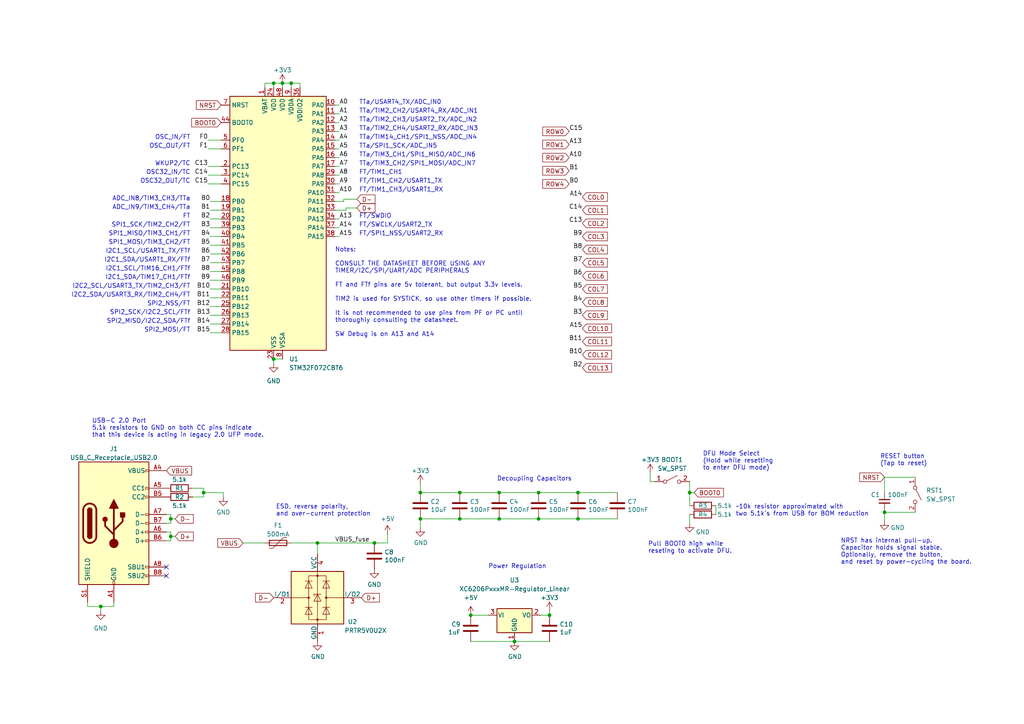
<source format=kicad_sch>
(kicad_sch (version 20250114) (generator "eeschema") (generator_version "9.0")
  (paper "A4")
  (lib_symbols
    (symbol "+5V_1" (power) (pin_names (offset 0))
      (property "Value" "+5V_1" (at 0 3.556 0))
      (symbol "+5V_1_0_1"
        (polyline (pts (xy -0.762 1.27) (xy 0 2.54)))
        (polyline (pts (xy 0 2.54) (xy 0.762 1.27)))
        (polyline (pts (xy 0 0) (xy 0 2.54)))
      )
      (symbol "+5V_1_1_1"
        (pin power_in line (at 0 0 90) (length 0) (hide yes) (name "+5V") (number "1"))
      )
    )
    (symbol "Connector:USB_C_Receptacle_USB2.0" (pin_names (offset 1.016))
      (property "Reference" "J" (at -10.16 19.05 0))
      (property "Value" "USB_C_Receptacle_USB2.0" (at 19.05 19.05 0))
      (symbol "USB_C_Receptacle_USB2.0_0_0"
        (rectangle (start -0.254 -17.78) (end 0.254 -16.764))
        (rectangle (start 10.16 15.494) (end 9.144 14.986))
        (rectangle (start 10.16 10.414) (end 9.144 9.906))
        (rectangle (start 10.16 7.874) (end 9.144 7.366))
        (rectangle (start 10.16 2.794) (end 9.144 2.286))
        (rectangle (start 10.16 0.254) (end 9.144 -0.254))
        (rectangle (start 10.16 -2.286) (end 9.144 -2.794))
        (rectangle (start 10.16 -4.826) (end 9.144 -5.334))
        (rectangle (start 10.16 -12.446) (end 9.144 -12.954))
        (rectangle (start 10.16 -14.986) (end 9.144 -15.494))
      )
      (symbol "USB_C_Receptacle_USB2.0_0_1"
        (rectangle (start -10.16 17.78) (end 10.16 -17.78) (stroke (width 0.254)) (fill (type background)))
        (polyline (pts (xy -8.89 -3.81) (xy -8.89 3.81)) (stroke (width 0.508)))
        (rectangle (start -7.62 -3.81) (end -6.35 3.81) (stroke (width 0.254)) (fill (type outline)))
        (arc (start -7.62 3.81) (mid -6.985 4.4423) (end -6.35 3.81) (stroke (width 0.254)))
        (arc (start -7.62 3.81) (mid -6.985 4.4423) (end -6.35 3.81) (stroke (width 0.254)) (fill (type outline)))
        (arc (start -8.89 3.81) (mid -6.985 5.7067) (end -5.08 3.81) (stroke (width 0.508)))
        (arc (start -5.08 -3.81) (mid -6.985 -5.7067) (end -8.89 -3.81) (stroke (width 0.508)))
        (arc (start -6.35 -3.81) (mid -6.985 -4.4423) (end -7.62 -3.81) (stroke (width 0.254)))
        (arc (start -6.35 -3.81) (mid -6.985 -4.4423) (end -7.62 -3.81) (stroke (width 0.254)) (fill (type outline)))
        (polyline (pts (xy -5.08 3.81) (xy -5.08 -3.81)) (stroke (width 0.508)))
        (circle (center -2.54 1.143) (radius 0.635) (stroke (width 0.254)) (fill (type outline)))
        (polyline (pts (xy -1.27 4.318) (xy 0 6.858) (xy 1.27 4.318) (xy -1.27 4.318)) (stroke (width 0.254)) (fill (type outline)))
        (polyline (pts (xy 0 -2.032) (xy 2.54 0.508) (xy 2.54 1.778)) (stroke (width 0.508)))
        (polyline (pts (xy 0 -3.302) (xy -2.54 -0.762) (xy -2.54 0.508)) (stroke (width 0.508)))
        (polyline (pts (xy 0 -5.842) (xy 0 4.318)) (stroke (width 0.508)))
        (circle (center 0 -5.842) (radius 1.27) (fill (type outline)))
        (rectangle (start 1.905 1.778) (end 3.175 3.048) (stroke (width 0.254)) (fill (type outline)))
      )
      (symbol "USB_C_Receptacle_USB2.0_1_1"
        (pin passive line (at -7.62 -22.86 90) (length 5.08) (name "SHIELD") (number "S1"))
        (pin passive line (at 0 -22.86 90) (length 5.08) (name "GND") (number "A1"))
        (pin passive line (at 0 -22.86 90) (length 5.08) (hide yes) (name "GND") (number "A12"))
        (pin passive line (at 0 -22.86 90) (length 5.08) (hide yes) (name "GND") (number "B1"))
        (pin passive line (at 0 -22.86 90) (length 5.08) (hide yes) (name "GND") (number "B12"))
        (pin passive line (at 15.24 15.24 180) (length 5.08) (name "VBUS") (number "A4"))
        (pin passive line (at 15.24 15.24 180) (length 5.08) (hide yes) (name "VBUS") (number "A9"))
        (pin passive line (at 15.24 15.24 180) (length 5.08) (hide yes) (name "VBUS") (number "B4"))
        (pin passive line (at 15.24 15.24 180) (length 5.08) (hide yes) (name "VBUS") (number "B9"))
        (pin bidirectional line (at 15.24 10.16 180) (length 5.08) (name "CC1") (number "A5"))
        (pin bidirectional line (at 15.24 7.62 180) (length 5.08) (name "CC2") (number "B5"))
        (pin bidirectional line (at 15.24 2.54 180) (length 5.08) (name "D-") (number "A7"))
        (pin bidirectional line (at 15.24 0 180) (length 5.08) (name "D-") (number "B7"))
        (pin bidirectional line (at 15.24 -2.54 180) (length 5.08) (name "D+") (number "A6"))
        (pin bidirectional line (at 15.24 -5.08 180) (length 5.08) (name "D+") (number "B6"))
        (pin bidirectional line (at 15.24 -12.7 180) (length 5.08) (name "SBU1") (number "A8"))
        (pin bidirectional line (at 15.24 -15.24 180) (length 5.08) (name "SBU2") (number "B8"))
      )
    )
    (symbol "Device:C" (pin_numbers (hide yes)) (pin_names (offset 0.254))
      (property "Reference" "C" (at 0.635 2.54 0))
      (property "Value" "C" (at 0.635 -2.54 0))
      (symbol "C_0_1"
        (polyline (pts (xy -2.032 0.762) (xy 2.032 0.762)) (stroke (width 0.508)))
        (polyline (pts (xy -2.032 -0.762) (xy 2.032 -0.762)) (stroke (width 0.508)))
      )
      (symbol "C_1_1"
        (pin passive line (at 0 3.81 270) (length 2.794) (name "~") (number "1"))
        (pin passive line (at 0 -3.81 90) (length 2.794) (name "~") (number "2"))
      )
    )
    (symbol "Device:C_Small" (pin_numbers (hide yes)) (pin_names (offset 0.254) (hide yes))
      (property "Reference" "C" (at 0.254 1.778 0))
      (property "Value" "C_Small" (at 0.254 -2.032 0))
      (symbol "C_Small_0_1"
        (polyline (pts (xy -1.524 0.508) (xy 1.524 0.508)) (stroke (width 0.3048)))
        (polyline (pts (xy -1.524 -0.508) (xy 1.524 -0.508)) (stroke (width 0.3302)))
      )
      (symbol "C_Small_1_1"
        (pin passive line (at 0 2.54 270) (length 2.032) (name "~") (number "1"))
        (pin passive line (at 0 -2.54 90) (length 2.032) (name "~") (number "2"))
      )
    )
    (symbol "Device:Polyfuse" (pin_numbers (hide yes)) (pin_names (offset 0))
      (property "Reference" "F" (at -2.54 0 90))
      (property "Value" "Polyfuse" (at 2.54 0 90))
      (symbol "Polyfuse_0_1"
        (polyline (pts (xy -1.524 2.54) (xy -1.524 1.524) (xy 1.524 -1.524) (xy 1.524 -2.54)))
        (rectangle (start -0.762 2.54) (end 0.762 -2.54) (stroke (width 0.254)))
        (polyline (pts (xy 0 2.54) (xy 0 -2.54)))
      )
      (symbol "Polyfuse_1_1"
        (pin passive line (at 0 3.81 270) (length 1.27) (name "~") (number "1"))
        (pin passive line (at 0 -3.81 90) (length 1.27) (name "~") (number "2"))
      )
    )
    (symbol "Device:R" (pin_numbers (hide yes)) (pin_names (offset 0))
      (property "Reference" "R" (at 2.032 0 90))
      (property "Value" "R" (at 0 0 90))
      (symbol "R_0_1"
        (rectangle (start -1.016 -2.54) (end 1.016 2.54) (stroke (width 0.254)))
      )
      (symbol "R_1_1"
        (pin passive line (at 0 3.81 270) (length 1.27) (name "~") (number "1"))
        (pin passive line (at 0 -3.81 90) (length 1.27) (name "~") (number "2"))
      )
    )
    (symbol "MCU_ST_STM32F0:STM32F072CBTx"
      (property "Reference" "U" (at -12.7 39.37 0))
      (property "Value" "STM32F072CBTx" (at 10.16 39.37 0))
      (symbol "STM32F072CBTx_0_1"
        (rectangle (start -12.7 -35.56) (end 15.24 38.1) (stroke (width 0.254)) (fill (type background)))
      )
      (symbol "STM32F072CBTx_1_1"
        (pin input line (at -15.24 35.56 0) (length 2.54) (name "NRST") (number "7"))
        (pin input line (at -15.24 30.48 0) (length 2.54) (name "BOOT0") (number "44"))
        (pin bidirectional line (at -15.24 25.4 0) (length 2.54) (name "PF0") (number "5"))
        (pin bidirectional line (at -15.24 22.86 0) (length 2.54) (name "PF1") (number "6"))
        (pin bidirectional line (at -15.24 17.78 0) (length 2.54) (name "PC13") (number "2"))
        (pin bidirectional line (at -15.24 15.24 0) (length 2.54) (name "PC14") (number "3"))
        (pin bidirectional line (at -15.24 12.7 0) (length 2.54) (name "PC15") (number "4"))
        (pin bidirectional line (at -15.24 7.62 0) (length 2.54) (name "PB0") (number "18"))
        (pin bidirectional line (at -15.24 5.08 0) (length 2.54) (name "PB1") (number "19"))
        (pin bidirectional line (at -15.24 2.54 0) (length 2.54) (name "PB2") (number "20"))
        (pin bidirectional line (at -15.24 0 0) (length 2.54) (name "PB3") (number "39"))
        (pin bidirectional line (at -15.24 -2.54 0) (length 2.54) (name "PB4") (number "40"))
        (pin bidirectional line (at -15.24 -5.08 0) (length 2.54) (name "PB5") (number "41"))
        (pin bidirectional line (at -15.24 -7.62 0) (length 2.54) (name "PB6") (number "42"))
        (pin bidirectional line (at -15.24 -10.16 0) (length 2.54) (name "PB7") (number "43"))
        (pin bidirectional line (at -15.24 -12.7 0) (length 2.54) (name "PB8") (number "45"))
        (pin bidirectional line (at -15.24 -15.24 0) (length 2.54) (name "PB9") (number "46"))
        (pin bidirectional line (at -15.24 -17.78 0) (length 2.54) (name "PB10") (number "21"))
        (pin bidirectional line (at -15.24 -20.32 0) (length 2.54) (name "PB11") (number "22"))
        (pin bidirectional line (at -15.24 -22.86 0) (length 2.54) (name "PB12") (number "25"))
        (pin bidirectional line (at -15.24 -25.4 0) (length 2.54) (name "PB13") (number "26"))
        (pin bidirectional line (at -15.24 -27.94 0) (length 2.54) (name "PB14") (number "27"))
        (pin bidirectional line (at -15.24 -30.48 0) (length 2.54) (name "PB15") (number "28"))
        (pin power_in line (at -2.54 40.64 270) (length 2.54) (name "VBAT") (number "1"))
        (pin power_in line (at 0 40.64 270) (length 2.54) (name "VDD") (number "24"))
        (pin power_in line (at 0 -38.1 90) (length 2.54) (name "VSS") (number "23"))
        (pin passive line (at 0 -38.1 90) (length 2.54) (hide yes) (name "VSS") (number "35"))
        (pin passive line (at 0 -38.1 90) (length 2.54) (hide yes) (name "VSS") (number "47"))
        (pin power_in line (at 2.54 40.64 270) (length 2.54) (name "VDD") (number "48"))
        (pin power_in line (at 2.54 -38.1 90) (length 2.54) (name "VSSA") (number "8"))
        (pin power_in line (at 5.08 40.64 270) (length 2.54) (name "VDDA") (number "9"))
        (pin power_in line (at 7.62 40.64 270) (length 2.54) (name "VDDIO2") (number "36"))
        (pin bidirectional line (at 17.78 35.56 180) (length 2.54) (name "PA0") (number "10"))
        (pin bidirectional line (at 17.78 33.02 180) (length 2.54) (name "PA1") (number "11"))
        (pin bidirectional line (at 17.78 30.48 180) (length 2.54) (name "PA2") (number "12"))
        (pin bidirectional line (at 17.78 27.94 180) (length 2.54) (name "PA3") (number "13"))
        (pin bidirectional line (at 17.78 25.4 180) (length 2.54) (name "PA4") (number "14"))
        (pin bidirectional line (at 17.78 22.86 180) (length 2.54) (name "PA5") (number "15"))
        (pin bidirectional line (at 17.78 20.32 180) (length 2.54) (name "PA6") (number "16"))
        (pin bidirectional line (at 17.78 17.78 180) (length 2.54) (name "PA7") (number "17"))
        (pin bidirectional line (at 17.78 15.24 180) (length 2.54) (name "PA8") (number "29"))
        (pin bidirectional line (at 17.78 12.7 180) (length 2.54) (name "PA9") (number "30"))
        (pin bidirectional line (at 17.78 10.16 180) (length 2.54) (name "PA10") (number "31"))
        (pin bidirectional line (at 17.78 7.62 180) (length 2.54) (name "PA11") (number "32"))
        (pin bidirectional line (at 17.78 5.08 180) (length 2.54) (name "PA12") (number "33"))
        (pin bidirectional line (at 17.78 2.54 180) (length 2.54) (name "PA13") (number "34"))
        (pin bidirectional line (at 17.78 0 180) (length 2.54) (name "PA14") (number "37"))
        (pin bidirectional line (at 17.78 -2.54 180) (length 2.54) (name "PA15") (number "38"))
      )
    )
    (symbol "Power_Protection:PRTR5V0U2X" (pin_names (offset 0))
      (property "Reference" "D" (at 2.794 8.636 0))
      (property "Value" "PRTR5V0U2X" (at 8.128 -9.398 0))
      (symbol "PRTR5V0U2X_0_1"
        (rectangle (start -7.62 -7.62) (end 7.62 7.62) (stroke (width 0.254)) (fill (type background)))
        (polyline (pts (xy -3.556 2.794) (xy -1.524 2.794) (xy -2.54 4.826) (xy -3.556 2.794)))
        (polyline (pts (xy -3.556 -4.826) (xy -1.524 -4.826) (xy -2.54 -2.794) (xy -3.556 -4.826)))
        (rectangle (start -2.54 6.35) (end 2.54 -6.35))
        (circle (center -2.54 0) (radius 0.254) (fill (type outline)))
        (polyline (pts (xy -2.54 0) (xy -7.62 0)))
        (polyline (pts (xy -1.524 4.826) (xy -3.556 4.826)))
        (polyline (pts (xy -1.524 -2.794) (xy -3.556 -2.794)))
        (polyline (pts (xy -1.016 -1.016) (xy 1.016 -1.016) (xy 0 1.016) (xy -1.016 -1.016)))
        (circle (center 0 6.35) (radius 0.254) (fill (type outline)))
        (circle (center 0 -6.35) (radius 0.254) (fill (type outline)))
        (polyline (pts (xy 0 -7.62) (xy 0 7.62)))
        (polyline (pts (xy 1.016 1.016) (xy -1.016 1.016) (xy -1.016 0.508)))
        (polyline (pts (xy 1.524 4.826) (xy 3.556 4.826)))
        (polyline (pts (xy 1.524 -2.794) (xy 3.556 -2.794)))
        (polyline (pts (xy 2.54 0) (xy 7.62 0)))
        (circle (center 2.54 0) (radius 0.254) (fill (type outline)))
        (polyline (pts (xy 3.556 2.794) (xy 1.524 2.794) (xy 2.54 4.826) (xy 3.556 2.794)))
        (polyline (pts (xy 3.556 -4.826) (xy 1.524 -4.826) (xy 2.54 -2.794) (xy 3.556 -4.826)))
      )
      (symbol "PRTR5V0U2X_1_1"
        (pin passive line (at -12.7 0 0) (length 5.08) (name "I/O1") (number "2"))
        (pin passive line (at 0 12.7 270) (length 5.08) (name "VCC") (number "4"))
        (pin passive line (at 0 -12.7 90) (length 5.08) (name "GND") (number "1"))
        (pin passive line (at 12.7 0 180) (length 5.08) (name "I/O2") (number "3"))
      )
    )
    (symbol "Switch:SW_SPST" (pin_names (offset 0) (hide yes))
      (property "Reference" "SW" (at 0 3.175 0))
      (property "Value" "SW_SPST" (at 0 -2.54 0))
      (symbol "SW_SPST_0_0"
        (circle (center -2.032 0) (radius 0.508))
        (polyline (pts (xy -1.524 0.254) (xy 1.524 1.778)))
        (circle (center 2.032 0) (radius 0.508))
      )
      (symbol "SW_SPST_1_1"
        (pin passive line (at -5.08 0 0) (length 2.54) (name "A") (number "1"))
        (pin passive line (at 5.08 0 180) (length 2.54) (name "B") (number "2"))
      )
    )
    (symbol "kicad-keyboard-parts:XC6206PxxxMR-Regulator_Linear" (pin_names (offset 0.254))
      (property "Reference" "U" (at -3.81 3.175 0))
      (property "Value" "XC6206PxxxMR-Regulator_Linear" (at 0 3.175 0))
      (property "LCSC" "C5446" (at 0 0 0))
      (symbol "XC6206PxxxMR-Regulator_Linear_0_1"
        (rectangle (start -5.08 1.905) (end 5.08 -5.08) (stroke (width 0.254)) (fill (type background)))
      )
      (symbol "XC6206PxxxMR-Regulator_Linear_1_1"
        (pin power_in line (at -7.62 0 0) (length 2.54) (name "VI") (number "3"))
        (pin power_in line (at 0 -7.62 90) (length 2.54) (name "GND") (number "1"))
        (pin power_out line (at 7.62 0 180) (length 2.54) (name "VO") (number "2"))
      )
    )
    (symbol "power:+3V3" (power) (pin_names (offset 0))
      (property "Value" "+3V3" (at 0 3.556 0))
      (symbol "+3V3_0_1"
        (polyline (pts (xy -0.762 1.27) (xy 0 2.54)))
        (polyline (pts (xy 0 2.54) (xy 0.762 1.27)))
        (polyline (pts (xy 0 0) (xy 0 2.54)))
      )
      (symbol "+3V3_1_1"
        (pin power_in line (at 0 0 90) (length 0) (hide yes) (name "+3V3") (number "1"))
      )
    )
    (symbol "power:+5V" (power) (pin_names (offset 0))
      (property "Value" "+5V" (at 0 3.556 0))
      (symbol "+5V_0_1"
        (polyline (pts (xy -0.762 1.27) (xy 0 2.54)))
        (polyline (pts (xy 0 2.54) (xy 0.762 1.27)))
        (polyline (pts (xy 0 0) (xy 0 2.54)))
      )
      (symbol "+5V_1_1"
        (pin power_in line (at 0 0 90) (length 0) (hide yes) (name "+5V") (number "1"))
      )
    )
    (symbol "power:GND" (power) (pin_names (offset 0))
      (property "Value" "GND" (at 0 -3.81 0))
      (symbol "GND_0_1"
        (polyline (pts (xy 0 0) (xy 0 -1.27) (xy 1.27 -1.27) (xy 0 -2.54) (xy -1.27 -1.27) (xy 0 -1.27)))
      )
      (symbol "GND_1_1"
        (pin power_in line (at 0 0 270) (length 0) (hide yes) (name "GND") (number "1"))
      )
    )
  )
  (text "SPI1_SCK/TIM2_CH2/FT" (at 55.245 66.04 0) (effects (font (size 1.27 1.27)) (justify right bottom)))
  (text "FT/TIM1_CH1" (at 104.14 50.8 0) (effects (font (size 1.27 1.27)) (justify left bottom)))
  (text "FT/TIM1_CH3/USART1_RX" (at 104.14 55.88 0) (effects (font (size 1.27 1.27)) (justify left bottom)))
  (text "SPI2_NSS/FT" (at 55.245 88.9 0) (effects (font (size 1.27 1.27)) (justify right bottom)))
  (text "Notes:\n\nCONSULT THE DATASHEET BEFORE USING ANY \nTIMER/I2C/SPI/UART/ADC PERIPHERALS\n\nFT and FTf pins are 5v tolerant, but output 3.3v levels.\n\nTIM2 is used for SYSTICK, so use other timers if possible.\n\nIt is not recommended to use pins from PF or PC until\nthoroughly consulting the datasheet.\n\nSW Debug is on A13 and A14" (at 97.155 97.79 0) (effects (font (size 1.27 1.27)) (justify left bottom)))
  (text "TTa/TIM2_CH4/USART2_RX/ADC_IN3" (at 104.14 38.1 0) (effects (font (size 1.27 1.27)) (justify left bottom)))
  (text "NRST has internal pull-up.\nCapacitor holds signal stable.\nOptionally, remove the button,\nand reset by power-cycling the board." (at 243.84 163.83 0) (effects (font (size 1.27 1.27)) (justify left bottom)))
  (text "FT/SWDIO" (at 104.14 63.5 0) (effects (font (size 1.27 1.27)) (justify left bottom)))
  (text "Decoupling Capacitors" (at 144.145 139.7 0) (effects (font (size 1.27 1.27)) (justify left bottom)))
  (text "SPI1_MOSI/TIM3_CH2/FT" (at 55.245 71.12 0) (effects (font (size 1.27 1.27)) (justify right bottom)))
  (text "ADC_IN9/TIM3_CH4/TTa" (at 55.245 60.96 0) (effects (font (size 1.27 1.27)) (justify right bottom)))
  (text "I2C2_SCL/USART3_TX/TIM2_CH3/FT" (at 55.245 83.82 0) (effects (font (size 1.27 1.27)) (justify right bottom)))
  (text "SPI2_MISO/I2C2_SDA/FTf" (at 55.245 93.98 0) (effects (font (size 1.27 1.27)) (justify right bottom)))
  (text "FT/SWCLK/USART2_TX" (at 104.14 66.04 0) (effects (font (size 1.27 1.27)) (justify left bottom)))
  (text "I2C1_SCL/TIM16_CH1/FTf" (at 55.245 78.74 0) (effects (font (size 1.27 1.27)) (justify right bottom)))
  (text "~10k resistor approximated with\ntwo 5.1k's from USB for BOM reduction" (at 213.36 149.86 0) (effects (font (size 1.27 1.27)) (justify left bottom)))
  (text "TTa/TIM2_CH2/USART4_RX/ADC_IN1" (at 104.14 33.02 0) (effects (font (size 1.27 1.27)) (justify left bottom)))
  (text "USB-C 2.0 Port\n5.1k resistors to GND on both CC pins indicate\nthat this device is acting in legacy 2.0 UFP mode." (at 26.67 127 0) (effects (font (size 1.27 1.27)) (justify left bottom)))
  (text "TTa/TIM2_CH3/USART2_TX/ADC_IN2" (at 104.14 35.56 0) (effects (font (size 1.27 1.27)) (justify left bottom)))
  (text "OSC_IN/FT" (at 55.245 40.64 0) (effects (font (size 1.27 1.27)) (justify right bottom)))
  (text "DFU Mode Select\n(Hold while resetting\nto enter DFU mode)" (at 203.835 136.525 0) (effects (font (size 1.27 1.27)) (justify left bottom)))
  (text "WKUP2/TC" (at 55.245 48.26 0) (effects (font (size 1.27 1.27)) (justify right bottom)))
  (text "I2C2_SDA/USART3_RX/TIM2_CH4/FT" (at 55.245 86.36 0) (effects (font (size 1.27 1.27)) (justify right bottom)))
  (text "ADC_IN8/TIM3_CH3/TTa" (at 55.245 58.42 0) (effects (font (size 1.27 1.27)) (justify right bottom)))
  (text "RESET button\n(Tap to reset)" (at 255.27 135.255 0) (effects (font (size 1.27 1.27)) (justify left bottom)))
  (text "Pull BOOT0 high while \nreseting to activate DFU." (at 187.96 160.655 0) (effects (font (size 1.27 1.27)) (justify left bottom)))
  (text "I2C1_SDA/TIM17_CH1/FTf" (at 55.245 81.28 0) (effects (font (size 1.27 1.27)) (justify right bottom)))
  (text "TTa/SPI1_SCK/ADC_IN5" (at 104.14 43.18 0) (effects (font (size 1.27 1.27)) (justify left bottom)))
  (text "TTa/TIM3_CH1/SPI1_MISO/ADC_IN6" (at 104.14 45.72 0) (effects (font (size 1.27 1.27)) (justify left bottom)))
  (text "TTa/TIM3_CH2/SPI1_MOSI/ADC_IN7" (at 104.14 48.26 0) (effects (font (size 1.27 1.27)) (justify left bottom)))
  (text "OSC32_OUT/TC" (at 55.245 53.34 0) (effects (font (size 1.27 1.27)) (justify right bottom)))
  (text "FT/SPI1_NSS/USART2_RX" (at 104.14 68.58 0) (effects (font (size 1.27 1.27)) (justify left bottom)))
  (text "SPI1_MISO/TIM3_CH1/FT" (at 55.245 68.58 0) (effects (font (size 1.27 1.27)) (justify right bottom)))
  (text "OSC32_IN/TC" (at 55.245 50.8 0) (effects (font (size 1.27 1.27)) (justify right bottom)))
  (text "TTa/TIM14_CH1/SPI1_NSS/ADC_IN4" (at 104.14 40.64 0) (effects (font (size 1.27 1.27)) (justify left bottom)))
  (text "I2C1_SDA/USART1_RX/FTf" (at 55.245 76.2 0) (effects (font (size 1.27 1.27)) (justify right bottom)))
  (text "SPI2_MOSI/FT" (at 55.245 96.52 0) (effects (font (size 1.27 1.27)) (justify right bottom)))
  (text "FT/TIM1_CH2/USART1_TX" (at 104.14 53.34 0) (effects (font (size 1.27 1.27)) (justify left bottom)))
  (text "Power Regulation" (at 141.605 165.1 0) (effects (font (size 1.27 1.27)) (justify left bottom)))
  (text "SPI2_SCK/I2C2_SCL/FTf" (at 55.245 91.44 0) (effects (font (size 1.27 1.27)) (justify right bottom)))
  (text "OSC_OUT/FT" (at 55.245 43.18 0) (effects (font (size 1.27 1.27)) (justify right bottom)))
  (text "ESD, reverse polarity,\nand over-current protection" (at 80.01 149.86 0) (effects (font (size 1.27 1.27)) (justify left bottom)))
  (text "FT" (at 55.245 63.5 0) (effects (font (size 1.27 1.27)) (justify right bottom)))
  (text "TTa/USART4_TX/ADC_IN0" (at 104.14 30.48 0) (effects (font (size 1.27 1.27)) (justify left bottom)))
  (text "I2C1_SCL/USART1_TX/FTf" (at 55.245 73.66 0) (effects (font (size 1.27 1.27)) (justify right bottom)))
  (junction (at 200.025 142.875))
  (junction (at 81.915 24.13))
  (junction (at 159.385 178.435))
  (junction (at 59.055 142.875))
  (junction (at 79.375 24.13))
  (junction (at 156.21 150.495))
  (junction (at 136.525 178.435))
  (junction (at 156.21 142.875))
  (junction (at 121.92 150.495))
  (junction (at 149.225 186.055) (diameter 0.9144))
  (junction (at 256.54 148.59))
  (junction (at 121.92 142.875))
  (junction (at 79.375 104.14))
  (junction (at 144.78 150.495))
  (junction (at 133.35 150.495))
  (junction (at 167.64 150.495))
  (junction (at 167.64 142.875))
  (junction (at 92.075 157.48))
  (junction (at 144.78 142.875))
  (junction (at 108.585 157.48))
  (junction (at 49.53 155.575))
  (junction (at 29.21 175.895))
  (junction (at 49.53 150.495))
  (junction (at 133.35 142.875))
  (junction (at 84.455 24.13))
  (no_connect (at 48.26 167.005))
  (no_connect (at 48.26 164.465))
  (wire (pts (xy 167.64 150.495) (xy 179.07 150.495)))
  (wire (pts (xy 48.26 156.845) (xy 49.53 156.845)))
  (wire (pts (xy 60.96 76.2) (xy 64.135 76.2)))
  (wire (pts (xy 98.425 40.64) (xy 97.155 40.64)))
  (wire (pts (xy 29.21 175.895) (xy 33.02 175.895)))
  (wire (pts (xy 60.96 60.96) (xy 64.135 60.96)))
  (wire (pts (xy 86.995 24.13) (xy 86.995 25.4)))
  (wire (pts (xy 48.26 149.225) (xy 49.53 149.225)))
  (wire (pts (xy 98.425 53.34) (xy 97.155 53.34)))
  (wire (pts (xy 59.055 144.145) (xy 59.055 142.875)))
  (wire (pts (xy 144.78 150.495) (xy 133.35 150.495)))
  (wire (pts (xy 55.88 144.145) (xy 59.055 144.145)))
  (wire (pts (xy 98.425 48.26) (xy 97.155 48.26)))
  (wire (pts (xy 49.53 150.495) (xy 49.53 151.765)))
  (wire (pts (xy 59.055 142.875) (xy 59.055 141.605)))
  (wire (pts (xy 189.865 139.7) (xy 188.595 139.7)))
  (wire (pts (xy 29.21 177.165) (xy 29.21 175.895)))
  (wire (pts (xy 84.455 24.13) (xy 84.455 25.4)))
  (wire (pts (xy 98.425 35.56) (xy 97.155 35.56)))
  (wire (pts (xy 59.055 142.875) (xy 64.77 142.875)))
  (wire (pts (xy 144.78 142.875) (xy 133.35 142.875)))
  (wire (pts (xy 60.96 63.5) (xy 64.135 63.5)))
  (wire (pts (xy 84.455 24.13) (xy 86.995 24.13)))
  (wire (pts (xy 200.025 142.875) (xy 201.295 142.875)))
  (wire (pts (xy 60.96 78.74) (xy 64.135 78.74)))
  (wire (pts (xy 79.375 24.13) (xy 79.375 25.4)))
  (wire (pts (xy 55.88 141.605) (xy 59.055 141.605)))
  (wire (pts (xy 149.225 186.055) (xy 159.385 186.055)))
  (wire (pts (xy 60.96 93.98) (xy 64.135 93.98)))
  (wire (pts (xy 79.375 105.41) (xy 79.375 104.14)))
  (wire (pts (xy 60.96 83.82) (xy 64.135 83.82)))
  (wire (pts (xy 98.425 38.1) (xy 97.155 38.1)))
  (wire (pts (xy 256.54 151.13) (xy 256.54 148.59)))
  (wire (pts (xy 60.96 73.66) (xy 64.135 73.66)))
  (wire (pts (xy 136.525 178.435) (xy 141.605 178.435)))
  (wire (pts (xy 207.645 146.685) (xy 207.645 149.225)))
  (wire (pts (xy 156.21 142.875) (xy 167.64 142.875)))
  (wire (pts (xy 98.425 63.5) (xy 97.155 63.5)))
  (wire (pts (xy 60.96 71.12) (xy 64.135 71.12)))
  (wire (pts (xy 108.585 157.48) (xy 112.395 157.48)))
  (wire (pts (xy 188.595 139.7) (xy 188.595 137.16)))
  (wire (pts (xy 100.33 60.325) (xy 100.33 60.96)))
  (wire (pts (xy 60.96 66.04) (xy 64.135 66.04)))
  (wire (pts (xy 76.835 24.13) (xy 76.835 25.4)))
  (wire (pts (xy 98.425 43.18) (xy 97.155 43.18)))
  (wire (pts (xy 60.96 91.44) (xy 64.135 91.44)))
  (wire (pts (xy 256.54 138.43) (xy 265.43 138.43)))
  (wire (pts (xy 156.845 178.435) (xy 159.385 178.435)))
  (wire (pts (xy 144.78 142.875) (xy 156.21 142.875)))
  (wire (pts (xy 98.425 45.72) (xy 97.155 45.72)))
  (wire (pts (xy 200.025 139.7) (xy 200.025 142.875)))
  (wire (pts (xy 84.455 24.13) (xy 81.915 24.13)))
  (wire (pts (xy 60.96 58.42) (xy 64.135 58.42)))
  (wire (pts (xy 256.54 138.43) (xy 256.54 142.875)))
  (wire (pts (xy 98.425 55.88) (xy 97.155 55.88)))
  (wire (pts (xy 60.96 86.36) (xy 64.135 86.36)))
  (wire (pts (xy 70.485 157.48) (xy 76.835 157.48)))
  (wire (pts (xy 100.33 60.96) (xy 97.155 60.96)))
  (wire (pts (xy 121.92 153.035) (xy 121.92 150.495)))
  (wire (pts (xy 49.53 156.845) (xy 49.53 155.575)))
  (wire (pts (xy 60.325 48.26) (xy 64.135 48.26)))
  (wire (pts (xy 60.325 50.8) (xy 64.135 50.8)))
  (wire (pts (xy 48.26 154.305) (xy 49.53 154.305)))
  (wire (pts (xy 84.455 157.48) (xy 92.075 157.48)))
  (wire (pts (xy 79.375 104.14) (xy 81.915 104.14)))
  (wire (pts (xy 167.64 142.875) (xy 179.07 142.875)))
  (wire (pts (xy 121.92 140.335) (xy 121.92 142.875)))
  (wire (pts (xy 60.96 96.52) (xy 64.135 96.52)))
  (wire (pts (xy 256.54 148.59) (xy 256.54 147.955)))
  (wire (pts (xy 49.53 150.495) (xy 50.8 150.495)))
  (wire (pts (xy 79.375 24.13) (xy 81.915 24.13)))
  (wire (pts (xy 256.54 148.59) (xy 265.43 148.59)))
  (wire (pts (xy 200.025 149.225) (xy 200.025 151.765)))
  (wire (pts (xy 60.325 40.64) (xy 64.135 40.64)))
  (wire (pts (xy 60.96 88.9) (xy 64.135 88.9)))
  (wire (pts (xy 60.96 81.28) (xy 64.135 81.28)))
  (wire (pts (xy 25.4 175.895) (xy 29.21 175.895)))
  (wire (pts (xy 112.395 154.94) (xy 112.395 157.48)))
  (wire (pts (xy 76.835 24.13) (xy 79.375 24.13)))
  (wire (pts (xy 60.96 68.58) (xy 64.135 68.58)))
  (wire (pts (xy 200.025 142.875) (xy 200.025 146.685)))
  (wire (pts (xy 48.26 151.765) (xy 49.53 151.765)))
  (wire (pts (xy 99.695 57.785) (xy 99.695 58.42)))
  (wire (pts (xy 25.4 174.625) (xy 25.4 175.895)))
  (wire (pts (xy 103.505 60.325) (xy 100.33 60.325)))
  (wire (pts (xy 49.53 154.305) (xy 49.53 155.575)))
  (wire (pts (xy 98.425 50.8) (xy 97.155 50.8)))
  (wire (pts (xy 98.425 33.02) (xy 97.155 33.02)))
  (wire (pts (xy 98.425 66.04) (xy 97.155 66.04)))
  (wire (pts (xy 49.53 155.575) (xy 50.8 155.575)))
  (wire (pts (xy 133.35 150.495) (xy 121.92 150.495)))
  (wire (pts (xy 159.385 177.165) (xy 159.385 178.435)))
  (wire (pts (xy 64.77 142.875) (xy 64.77 144.145)))
  (wire (pts (xy 33.02 175.895) (xy 33.02 174.625)))
  (wire (pts (xy 99.695 58.42) (xy 97.155 58.42)))
  (wire (pts (xy 92.075 157.48) (xy 92.075 160.655)))
  (wire (pts (xy 60.325 43.18) (xy 64.135 43.18)))
  (wire (pts (xy 103.505 57.785) (xy 99.695 57.785)))
  (wire (pts (xy 149.225 186.055) (xy 136.525 186.055)))
  (wire (pts (xy 92.075 157.48) (xy 108.585 157.48)))
  (wire (pts (xy 98.425 30.48) (xy 97.155 30.48)))
  (wire (pts (xy 98.425 68.58) (xy 97.155 68.58)))
  (wire (pts (xy 81.915 24.13) (xy 81.915 25.4)))
  (wire (pts (xy 133.35 142.875) (xy 121.92 142.875)))
  (wire (pts (xy 49.53 149.225) (xy 49.53 150.495)))
  (wire (pts (xy 144.78 150.495) (xy 156.21 150.495)))
  (wire (pts (xy 156.21 150.495) (xy 167.64 150.495)))
  (wire (pts (xy 60.325 53.34) (xy 64.135 53.34)))
  (label "A1" (at 98.425 33.02 0))
  (label "C14" (at 168.91 60.96 180))
  (label "A3" (at 98.425 38.1 0))
  (label "A13" (at 98.425 63.5 0))
  (label "A10" (at 98.425 55.88 0))
  (label "B7" (at 60.96 76.2 180))
  (label "B0" (at 165.1 53.34 0))
  (label "B13" (at 60.96 91.44 180))
  (label "B6" (at 168.91 80.01 180))
  (label "A6" (at 98.425 45.72 0))
  (label "B1" (at 60.96 60.96 180))
  (label "B9" (at 60.96 81.28 180))
  (label "B5" (at 60.96 71.12 180))
  (label "B8" (at 168.91 72.39 180))
  (label "B14" (at 60.96 93.98 180))
  (label "A8" (at 98.425 50.8 0))
  (label "B0" (at 60.96 58.42 180))
  (label "A13" (at 165.1 41.91 0))
  (label "A9" (at 98.425 53.34 0))
  (label "VBUS_fuse" (at 97.155 157.48 0))
  (label "A2" (at 98.425 35.56 0))
  (label "B5" (at 168.91 83.82 180))
  (label "B7" (at 168.91 76.2 180))
  (label "B8" (at 60.96 78.74 180))
  (label "A4" (at 98.425 40.64 0))
  (label "B12" (at 60.96 88.9 180))
  (label "B4" (at 60.96 68.58 180))
  (label "C13" (at 168.91 64.77 180))
  (label "C14" (at 60.325 50.8 180))
  (label "B6" (at 60.96 73.66 180))
  (label "B2" (at 168.91 106.68 180))
  (label "B15" (at 60.96 96.52 180))
  (label "C15" (at 165.1 38.1 0))
  (label "A14" (at 98.425 66.04 0))
  (label "B10" (at 168.91 102.87 180))
  (label "B10" (at 60.96 83.82 180))
  (label "B1" (at 165.1 49.53 0))
  (label "B11" (at 60.96 86.36 180))
  (label "A14" (at 168.91 57.15 180))
  (label "C15" (at 60.325 53.34 180))
  (label "B9" (at 168.91 68.58 180))
  (label "B3" (at 60.96 66.04 180))
  (label "A0" (at 98.425 30.48 0))
  (label "B2" (at 60.96 63.5 180))
  (label "F1" (at 60.325 43.18 180))
  (label "A10" (at 165.1 45.72 0))
  (label "B11" (at 168.91 99.06 180))
  (label "A5" (at 98.425 43.18 0))
  (label "A7" (at 98.425 48.26 0))
  (label "B4" (at 168.91 87.63 180))
  (label "A15" (at 168.91 95.25 180))
  (label "C13" (at 60.325 48.26 180))
  (label "F0" (at 60.325 40.64 180))
  (label "A15" (at 98.425 68.58 0))
  (label "B3" (at 168.91 91.44 180))
  (global_label "COL5" (shape input) (at 168.91 76.2 0) (property "Intersheetrefs" "${INTERSHEET_REFS}" (effects (hide yes))))
  (global_label "COL4" (shape input) (at 168.91 72.39 0) (property "Intersheetrefs" "${INTERSHEET_REFS}" (effects (hide yes))))
  (global_label "COL10" (shape input) (at 168.91 95.25 0) (property "Intersheetrefs" "${INTERSHEET_REFS}" (effects (hide yes))))
  (global_label "COL11" (shape input) (at 168.91 99.06 0) (property "Intersheetrefs" "${INTERSHEET_REFS}" (effects (hide yes))))
  (global_label "COL12" (shape input) (at 168.91 102.87 0) (property "Intersheetrefs" "${INTERSHEET_REFS}" (effects (hide yes))))
  (global_label "COL1" (shape input) (at 168.91 60.96 0) (property "Intersheetrefs" "${INTERSHEET_REFS}" (effects (hide yes))))
  (global_label "VBUS" (shape input) (at 70.485 157.48 180) (property "Intersheetrefs" "${INTERSHEET_REFS}" (effects (hide yes))))
  (global_label "COL6" (shape input) (at 168.91 80.01 0) (property "Intersheetrefs" "${INTERSHEET_REFS}" (effects (hide yes))))
  (global_label "ROW0" (shape input) (at 165.1 38.1 180) (property "Intersheetrefs" "${INTERSHEET_REFS}" (effects (hide yes))))
  (global_label "D-" (shape input) (at 103.505 57.785 0) (property "Intersheetrefs" "${INTERSHEET_REFS}" (effects (hide yes))))
  (global_label "ROW3" (shape input) (at 165.1 49.53 180) (property "Intersheetrefs" "${INTERSHEET_REFS}" (effects (hide yes))))
  (global_label "ROW2" (shape input) (at 165.1 45.72 180) (property "Intersheetrefs" "${INTERSHEET_REFS}" (effects (hide yes))))
  (global_label "ROW4" (shape input) (at 165.1 53.34 180) (property "Intersheetrefs" "${INTERSHEET_REFS}" (effects (hide yes))))
  (global_label "D-" (shape input) (at 79.375 173.355 180) (property "Intersheetrefs" "${INTERSHEET_REFS}" (effects (hide yes))))
  (global_label "COL13" (shape input) (at 168.91 106.68 0) (property "Intersheetrefs" "${INTERSHEET_REFS}" (effects (hide yes))))
  (global_label "BOOT0" (shape input) (at 64.135 35.56 180) (property "Intersheetrefs" "${INTERSHEET_REFS}" (effects (hide yes))))
  (global_label "D+" (shape input) (at 103.505 60.325 0) (property "Intersheetrefs" "${INTERSHEET_REFS}" (effects (hide yes))))
  (global_label "COL0" (shape input) (at 168.91 57.15 0) (property "Intersheetrefs" "${INTERSHEET_REFS}" (effects (hide yes))))
  (global_label "D+" (shape input) (at 104.775 173.355 0) (property "Intersheetrefs" "${INTERSHEET_REFS}" (effects (hide yes))))
  (global_label "D-" (shape input) (at 50.8 150.495 0) (property "Intersheetrefs" "${INTERSHEET_REFS}" (effects (hide yes))))
  (global_label "COL3" (shape input) (at 168.91 68.58 0) (property "Intersheetrefs" "${INTERSHEET_REFS}" (effects (hide yes))))
  (global_label "COL2" (shape input) (at 168.91 64.77 0) (property "Intersheetrefs" "${INTERSHEET_REFS}" (effects (hide yes))))
  (global_label "COL7" (shape input) (at 168.91 83.82 0) (property "Intersheetrefs" "${INTERSHEET_REFS}" (effects (hide yes))))
  (global_label "ROW1" (shape input) (at 165.1 41.91 180) (property "Intersheetrefs" "${INTERSHEET_REFS}" (effects (hide yes))))
  (global_label "NRST" (shape input) (at 256.54 138.43 180) (property "Intersheetrefs" "${INTERSHEET_REFS}" (effects (hide yes))))
  (global_label "NRST" (shape input) (at 64.135 30.48 180) (property "Intersheetrefs" "${INTERSHEET_REFS}" (effects (hide yes))))
  (global_label "BOOT0" (shape input) (at 201.295 142.875 0) (property "Intersheetrefs" "${INTERSHEET_REFS}" (effects (hide yes))))
  (global_label "COL8" (shape input) (at 168.91 87.63 0) (property "Intersheetrefs" "${INTERSHEET_REFS}" (effects (hide yes))))
  (global_label "D+" (shape input) (at 50.8 155.575 0) (property "Intersheetrefs" "${INTERSHEET_REFS}" (effects (hide yes))))
  (global_label "COL9" (shape input) (at 168.91 91.44 0) (property "Intersheetrefs" "${INTERSHEET_REFS}" (effects (hide yes))))
  (global_label "VBUS" (shape input) (at 48.26 136.525 0) (property "Intersheetrefs" "${INTERSHEET_REFS}" (effects (hide yes))))
  (symbol (lib_id "Connector:USB_C_Receptacle_USB2.0") (at 33.02 151.765 0) (unit 1)
    (property "Reference" "J1" (at 33.02 130.175 0))
    (property "Value" "USB_C_Receptacle_USB2.0" (at 33.02 132.715 0))
    (property "Footprint" "Connector_USB:USB_C_Receptacle_HRO_TYPE-C-31-M-12" (effects (hide yes)))
    (property "Datasheet" "https://www.usb.org/sites/default/files/documents/usb_type-c.zip" (effects (hide yes)))
    (property "JlcRotOffset" "180" (effects (hide yes)))
    (property "JlcPosOffset" "0,1.5" (effects (hide yes)))
  )
  (symbol (lib_id "power:+3V3") (at 81.915 24.13 0) (unit 1)
    (property "Reference" "#PWR01" (effects (hide yes)))
    (property "Value" "+3V3" (at 81.915 20.32 0))
  )
  (symbol (lib_id "Device:R") (at 203.835 146.685 90) (unit 1)
    (property "Reference" "R3" (at 203.835 146.685 90))
    (property "Value" "5.1k" (at 210.185 146.685 90))
    (property "Footprint" "Resistor_SMD:R_0402_1005Metric" (effects (hide yes)))
  )
  (symbol (lib_id "Device:C") (at 108.585 161.29 0) (unit 1)
    (property "Reference" "C8" (at 111.506 160.1216 0) (effects (justify left)))
    (property "Value" "100nF" (at 111.506 162.433 0) (effects (justify left)))
    (property "Footprint" "Capacitor_SMD:C_0402_1005Metric" (effects (hide yes)))
    (property "LCSC" "C307331" (effects (hide yes)))
  )
  (symbol (lib_id "Device:Polyfuse") (at 80.645 157.48 90) (unit 1)
    (property "Reference" "F1" (at 80.645 152.4 90))
    (property "Value" "500mA" (at 80.645 154.94 90))
    (property "Footprint" "Fuse:Fuse_1206_3216Metric" (effects (hide yes)))
    (property "LCSC" "C135341" (effects (hide yes)))
  )
  (symbol (lib_id "power:GND") (at 79.375 105.41 0) (unit 1)
    (property "Reference" "#PWR02" (effects (hide yes)))
    (property "Value" "GND" (at 79.375 110.49 0))
  )
  (symbol (lib_id "power:GND") (at 64.77 144.145 0) (unit 1)
    (property "Reference" "#PWR05" (effects (hide yes)))
    (property "Value" "GND" (at 64.77 148.59 0))
  )
  (symbol (lib_id "power:GND") (at 121.92 153.035 0) (unit 1)
    (property "Reference" "#PWR08" (effects (hide yes)))
    (property "Value" "GND" (at 122.047 157.4292 0))
  )
  (symbol (lib_id "MCU_ST_STM32F0:STM32F072CBTx") (at 79.375 66.04 0) (unit 1)
    (property "Reference" "U1" (at 83.8709 104.14 0) (effects (justify left)))
    (property "Value" "STM32F072CBT6" (at 83.8709 106.68 0) (effects (justify left)))
    (property "Footprint" "Package_QFP:LQFP-48_7x7mm_P0.5mm" (effects (hide yes)))
    (property "Datasheet" "https://www.st.com/resource/en/datasheet/stm32f072cb.pdf" (effects (hide yes)))
    (property "JlcRotOffset" "90" (effects (hide yes)))
  )
  (symbol (lib_id "Device:C") (at 167.64 146.685 0) (unit 1)
    (property "Reference" "C6" (at 170.561 145.5166 0) (effects (justify left)))
    (property "Value" "100nF" (at 170.561 147.828 0) (effects (justify left)))
    (property "Footprint" "Capacitor_SMD:C_0402_1005Metric" (effects (hide yes)))
    (property "LCSC" "C307331" (effects (hide yes)))
  )
  (symbol (lib_id "power:+3V3") (at 121.92 140.335 0) (unit 1)
    (property "Reference" "#PWR04" (effects (hide yes)))
    (property "Value" "+3V3" (at 121.92 136.525 0))
  )
  (symbol (lib_id "power:GND") (at 29.21 177.165 0) (unit 1)
    (property "Reference" "#PWR011" (effects (hide yes)))
    (property "Value" "GND" (at 29.21 182.245 0))
  )
  (symbol (lib_id "Device:C") (at 159.385 182.245 0) (unit 1)
    (property "Reference" "C10" (at 162.306 181.0766 0) (effects (justify left)))
    (property "Value" "1uF" (at 162.306 183.388 0) (effects (justify left)))
    (property "Footprint" "Capacitor_SMD:C_0402_1005Metric" (effects (hide yes)))
    (property "LCSC" "C307331" (effects (hide yes)))
  )
  (symbol (lib_id "kicad-keyboard-parts:XC6206PxxxMR-Regulator_Linear") (at 149.225 178.435 0) (unit 1)
    (property "Reference" "U3" (at 149.225 168.275 0))
    (property "Value" "XC6206PxxxMR-Regulator_Linear" (at 149.225 170.815 0))
    (property "Footprint" "Package_TO_SOT_SMD:SOT-23" (effects (hide yes)))
    (property "Datasheet" "https://www.torexsemi.com/file/xc6206/XC6206.pdf" (effects (hide yes)))
    (property "LCSC" "C5446" (effects (hide yes)))
  )
  (symbol (lib_id "power:GND") (at 200.025 151.765 0) (unit 1)
    (property "Reference" "#PWR07" (effects (hide yes)))
    (property "Value" "GND" (at 203.835 154.305 0))
  )
  (symbol (lib_id "power:+3V3") (at 188.595 137.16 0) (mirror y) (unit 1)
    (property "Reference" "#PWR03" (effects (hide yes)))
    (property "Value" "+3V3" (at 188.595 133.35 0))
  )
  (symbol (lib_id "power:+3V3") (at 159.385 177.165 0) (unit 1)
    (property "Reference" "#PWR012" (effects (hide yes)))
    (property "Value" "+3V3" (at 159.385 173.355 0))
  )
  (symbol (lib_name "+5V_1") (lib_id "power:+5V") (at 112.395 154.94 0) (unit 1)
    (property "Reference" "#PWR09" (effects (hide yes)))
    (property "Value" "+5V" (at 112.395 150.495 0))
  )
  (symbol (lib_id "Device:R") (at 52.07 141.605 270) (unit 1)
    (property "Reference" "R1" (at 52.07 141.605 90))
    (property "Value" "5.1k" (at 52.07 139.065 90))
    (property "Footprint" "Resistor_SMD:R_0402_1005Metric" (effects (hide yes)))
  )
  (symbol (lib_id "power:GND") (at 108.585 165.1 0) (unit 1)
    (property "Reference" "#PWR010" (effects (hide yes)))
    (property "Value" "GND" (at 108.585 169.545 0))
  )
  (symbol (lib_id "power:GND") (at 149.225 186.055 0) (unit 1)
    (property "Reference" "#PWR015" (effects (hide yes)))
    (property "Value" "GND" (at 149.352 190.4492 0))
  )
  (symbol (lib_id "power:+5V") (at 136.525 178.435 0) (unit 1)
    (property "Reference" "#PWR013" (effects (hide yes)))
    (property "Value" "+5V" (at 136.525 173.355 0))
  )
  (symbol (lib_id "Switch:SW_SPST") (at 194.945 139.7 0) (unit 1)
    (property "Reference" "BOOT1" (at 194.945 133.35 0))
    (property "Value" "SW_SPST" (at 194.945 135.89 0))
    (property "Footprint" "Button_Switch_SMD:SW_SPST_TL3342" (effects (hide yes)))
  )
  (symbol (lib_id "Device:C") (at 144.78 146.685 0) (unit 1)
    (property "Reference" "C4" (at 147.701 145.5166 0) (effects (justify left)))
    (property "Value" "100nF" (at 147.701 147.828 0) (effects (justify left)))
    (property "Footprint" "Capacitor_SMD:C_0402_1005Metric" (effects (hide yes)))
    (property "LCSC" "C307331" (effects (hide yes)))
  )
  (symbol (lib_id "power:GND") (at 256.54 151.13 0) (mirror y) (unit 1)
    (property "Reference" "#PWR06" (effects (hide yes)))
    (property "Value" "GND" (at 260.35 153.035 0))
  )
  (symbol (lib_id "Device:C") (at 133.35 146.685 0) (unit 1)
    (property "Reference" "C3" (at 136.271 145.5166 0) (effects (justify left)))
    (property "Value" "100nF" (at 136.271 147.828 0) (effects (justify left)))
    (property "Footprint" "Capacitor_SMD:C_0402_1005Metric" (effects (hide yes)))
    (property "LCSC" "C307331" (effects (hide yes)))
  )
  (symbol (lib_id "Device:C") (at 156.21 146.685 0) (unit 1)
    (property "Reference" "C5" (at 159.131 145.5166 0) (effects (justify left)))
    (property "Value" "100nF" (at 159.131 147.828 0) (effects (justify left)))
    (property "Footprint" "Capacitor_SMD:C_0402_1005Metric" (effects (hide yes)))
    (property "LCSC" "C307331" (effects (hide yes)))
  )
  (symbol (lib_id "Device:C") (at 136.525 182.245 0) (mirror y) (unit 1)
    (property "Reference" "C9" (at 133.604 181.0766 0) (effects (justify left)))
    (property "Value" "1uF" (at 133.604 183.388 0) (effects (justify left)))
    (property "Footprint" "Capacitor_SMD:C_0402_1005Metric" (effects (hide yes)))
    (property "LCSC" "C307331" (effects (hide yes)))
  )
  (symbol (lib_id "Power_Protection:PRTR5V0U2X") (at 92.075 173.355 0) (unit 1)
    (property "Reference" "U2" (at 102.235 180.34 0))
    (property "Value" "PRTR5V0U2X" (at 106.045 182.88 0))
    (property "Footprint" "Package_TO_SOT_SMD:SOT-143" (effects (hide yes)))
    (property "Datasheet" "https://assets.nexperia.com/documents/data-sheet/PRTR5V0U2X.pdf" (effects (hide yes)))
    (property "LCSC" "C2827688" (effects (hide yes)))
    (property "JlcRotOffset" "90" (effects (hide yes)))
  )
  (symbol (lib_id "Device:C") (at 121.92 146.685 0) (unit 1)
    (property "Reference" "C2" (at 124.841 145.5166 0) (effects (justify left)))
    (property "Value" "10uF" (at 124.841 147.828 0) (effects (justify left)))
    (property "Footprint" "Capacitor_SMD:C_0603_1608Metric" (effects (hide yes)))
    (property "LCSC" "C307331" (effects (hide yes)))
  )
  (symbol (lib_id "power:GND") (at 92.075 186.055 0) (unit 1)
    (property "Reference" "#PWR014" (effects (hide yes)))
    (property "Value" "GND" (at 92.202 190.4492 0))
  )
  (symbol (lib_id "Device:R") (at 203.835 149.225 270) (mirror x) (unit 1)
    (property "Reference" "R4" (at 203.835 149.225 90))
    (property "Value" "5.1k" (at 210.185 149.225 90))
    (property "Footprint" "Resistor_SMD:R_0402_1005Metric" (effects (hide yes)))
  )
  (symbol (lib_id "Switch:SW_SPST") (at 265.43 143.51 270) (unit 1)
    (property "Reference" "RST1" (at 268.605 142.24 90) (effects (justify left)))
    (property "Value" "SW_SPST" (at 268.605 144.78 90) (effects (justify left)))
    (property "Footprint" "Button_Switch_SMD:SW_SPST_TL3342" (effects (hide yes)))
  )
  (symbol (lib_id "Device:C_Small") (at 256.54 145.415 0) (mirror y) (unit 1)
    (property "Reference" "C1" (at 255.27 143.51 0) (effects (justify left)))
    (property "Value" "100nF" (at 263.525 143.51 0) (effects (justify left)))
    (property "Footprint" "Capacitor_SMD:C_0402_1005Metric" (effects (hide yes)))
    (property "LCSC" "C307331" (effects (hide yes)))
  )
  (symbol (lib_id "Device:R") (at 52.07 144.145 90) (unit 1)
    (property "Reference" "R2" (at 52.07 144.145 90))
    (property "Value" "5.1k" (at 52.07 146.685 90))
    (property "Footprint" "Resistor_SMD:R_0402_1005Metric" (effects (hide yes)))
  )
  (symbol (lib_id "Device:C") (at 179.07 146.685 0) (unit 1)
    (property "Reference" "C7" (at 181.991 145.5166 0) (effects (justify left)))
    (property "Value" "100nF" (at 181.991 147.828 0) (effects (justify left)))
    (property "Footprint" "Capacitor_SMD:C_0402_1005Metric" (effects (hide yes)))
    (property "LCSC" "C307331" (effects (hide yes)))
  )
  (sheet (at 304.8 17.78) (size 60.96 66.04) (stroke (width 0.1524))
    (property "Sheetname" "switches" (at 304.8 17.0684 0) (effects (justify left bottom)))
    (property "Sheetfile" "switches.kicad_sch" (at 304.8 84.4046 0) (effects (justify left top)))
  )
)
</source>
